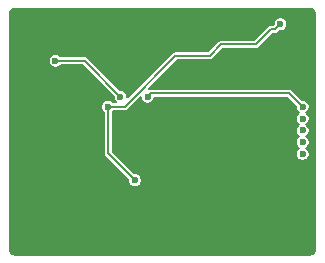
<source format=gbr>
%TF.GenerationSoftware,KiCad,Pcbnew,9.0.6*%
%TF.CreationDate,2025-12-27T16:00:58+00:00*%
%TF.ProjectId,AZUltra,415a556c-7472-4612-9e6b-696361645f70,rev?*%
%TF.SameCoordinates,Original*%
%TF.FileFunction,Copper,L3,Inr*%
%TF.FilePolarity,Positive*%
%FSLAX46Y46*%
G04 Gerber Fmt 4.6, Leading zero omitted, Abs format (unit mm)*
G04 Created by KiCad (PCBNEW 9.0.6) date 2025-12-27 16:00:58*
%MOMM*%
%LPD*%
G01*
G04 APERTURE LIST*
%TA.AperFunction,ViaPad*%
%ADD10C,0.600000*%
%TD*%
%TA.AperFunction,Conductor*%
%ADD11C,0.200000*%
%TD*%
G04 APERTURE END LIST*
D10*
%TO.N,+BATT1*%
X167925000Y-84850000D03*
X167925000Y-83850000D03*
X167925000Y-82850000D03*
X154800000Y-81000000D03*
X167925000Y-85850000D03*
X167925000Y-81850000D03*
%TO.N,GND*%
X160500000Y-77950000D03*
X155525000Y-76950000D03*
X146500000Y-78975000D03*
X158500000Y-80000000D03*
X146790000Y-89320000D03*
X149630000Y-79360000D03*
X149575000Y-87400000D03*
X144470000Y-88220000D03*
X156800000Y-88150000D03*
X155400000Y-78450000D03*
X156800000Y-86050000D03*
X151150000Y-88075000D03*
X149700000Y-89050000D03*
X158850000Y-86100000D03*
X145225000Y-78975000D03*
X159200000Y-76900000D03*
X157200000Y-78750000D03*
X147700000Y-81750000D03*
X153700000Y-79350000D03*
X158850000Y-88150000D03*
X143925000Y-78975000D03*
X147000000Y-76000000D03*
X155575000Y-83025000D03*
X147950000Y-83400000D03*
X151650000Y-79000000D03*
X155517203Y-75474635D03*
X149740000Y-77140000D03*
X153157538Y-83442462D03*
%TO.N,+5V*%
X166050000Y-74850000D03*
X153730000Y-88060000D03*
X151450000Y-81850000D03*
%TO.N,Net-(U2-PD0)*%
X152500000Y-81000000D03*
X147000000Y-77960000D03*
%TD*%
D11*
%TO.N,+BATT1*%
X166795000Y-80720000D02*
X155080000Y-80720000D01*
X154800000Y-80860000D02*
X154800000Y-81000000D01*
X167925000Y-81850000D02*
X166795000Y-80720000D01*
X155080000Y-80720000D02*
X154800000Y-81000000D01*
%TO.N,+5V*%
X166050000Y-74850000D02*
X165600000Y-75300000D01*
X163950000Y-76575000D02*
X161025057Y-76575000D01*
X151450000Y-85780000D02*
X153730000Y-88060000D01*
X157149943Y-77550000D02*
X152849943Y-81850000D01*
X165600000Y-75300000D02*
X165225000Y-75300000D01*
X151450000Y-85330000D02*
X151450000Y-81850000D01*
X165225000Y-75300000D02*
X163950000Y-76575000D01*
X161025057Y-76575000D02*
X160050057Y-77550000D01*
X152849943Y-81850000D02*
X151450000Y-81850000D01*
X151450000Y-85330000D02*
X151450000Y-85780000D01*
X160050057Y-77550000D02*
X157149943Y-77550000D01*
%TO.N,Net-(U2-PD0)*%
X147000000Y-77960000D02*
X149460000Y-77960000D01*
X149460000Y-77960000D02*
X152500000Y-81000000D01*
%TD*%
%TA.AperFunction,Conductor*%
%TO.N,GND*%
G36*
X168490898Y-73454111D02*
G01*
X168551232Y-73454109D01*
X168562310Y-73454730D01*
X168656857Y-73465382D01*
X168678467Y-73470314D01*
X168762990Y-73499889D01*
X168782962Y-73509507D01*
X168858778Y-73557144D01*
X168876111Y-73570966D01*
X168939428Y-73634282D01*
X168953250Y-73651615D01*
X169000890Y-73727433D01*
X169010510Y-73747408D01*
X169040083Y-73831927D01*
X169045016Y-73853539D01*
X169055657Y-73947984D01*
X169056279Y-73959068D01*
X169056279Y-74027469D01*
X169056280Y-74027482D01*
X169056280Y-93948047D01*
X169055657Y-93959133D01*
X169045005Y-94053663D01*
X169040072Y-94075276D01*
X169010496Y-94159794D01*
X169000877Y-94179767D01*
X168953239Y-94255580D01*
X168939418Y-94272912D01*
X168907760Y-94304570D01*
X168876099Y-94336230D01*
X168858774Y-94350045D01*
X168782955Y-94397685D01*
X168762981Y-94407303D01*
X168678466Y-94436874D01*
X168656853Y-94441807D01*
X168562058Y-94452486D01*
X168550974Y-94453108D01*
X168497565Y-94453107D01*
X168490898Y-94453107D01*
X168490897Y-94453107D01*
X168484015Y-94453107D01*
X168483987Y-94453109D01*
X143562347Y-94453109D01*
X143551261Y-94452486D01*
X143456726Y-94441833D01*
X143435115Y-94436900D01*
X143390235Y-94421195D01*
X143350592Y-94407323D01*
X143330621Y-94397704D01*
X143254803Y-94350064D01*
X143237469Y-94336241D01*
X143174154Y-94272924D01*
X143160333Y-94255593D01*
X143112691Y-94179771D01*
X143103073Y-94159798D01*
X143073499Y-94075282D01*
X143068566Y-94053669D01*
X143057903Y-93959034D01*
X143057280Y-93947949D01*
X143057280Y-77894108D01*
X146499500Y-77894108D01*
X146499500Y-78025892D01*
X146529579Y-78138151D01*
X146533609Y-78153190D01*
X146599496Y-78267309D01*
X146599498Y-78267311D01*
X146599500Y-78267314D01*
X146692686Y-78360500D01*
X146692688Y-78360501D01*
X146692690Y-78360503D01*
X146806810Y-78426390D01*
X146806808Y-78426390D01*
X146806812Y-78426391D01*
X146806814Y-78426392D01*
X146934108Y-78460500D01*
X146934110Y-78460500D01*
X147065890Y-78460500D01*
X147065892Y-78460500D01*
X147193186Y-78426392D01*
X147193188Y-78426390D01*
X147193190Y-78426390D01*
X147307309Y-78360503D01*
X147307309Y-78360502D01*
X147307314Y-78360500D01*
X147378319Y-78289494D01*
X147432834Y-78261719D01*
X147448321Y-78260500D01*
X149294521Y-78260500D01*
X149352712Y-78279407D01*
X149364525Y-78289496D01*
X151970504Y-80895475D01*
X151998281Y-80949992D01*
X151999500Y-80965479D01*
X151999500Y-81065892D01*
X152017547Y-81133245D01*
X152033609Y-81193190D01*
X152099496Y-81307309D01*
X152099498Y-81307311D01*
X152099500Y-81307314D01*
X152172684Y-81380498D01*
X152200460Y-81435013D01*
X152190889Y-81495445D01*
X152147624Y-81538710D01*
X152102679Y-81549500D01*
X151898321Y-81549500D01*
X151840130Y-81530593D01*
X151828323Y-81520509D01*
X151757314Y-81449500D01*
X151757311Y-81449498D01*
X151757309Y-81449496D01*
X151643189Y-81383609D01*
X151643191Y-81383609D01*
X151593799Y-81370375D01*
X151515892Y-81349500D01*
X151384108Y-81349500D01*
X151306200Y-81370375D01*
X151256809Y-81383609D01*
X151142690Y-81449496D01*
X151049496Y-81542690D01*
X150983609Y-81656809D01*
X150983608Y-81656814D01*
X150949500Y-81784108D01*
X150949500Y-81915892D01*
X150979579Y-82028151D01*
X150983609Y-82043190D01*
X151049496Y-82157309D01*
X151049498Y-82157311D01*
X151049500Y-82157314D01*
X151120505Y-82228319D01*
X151148281Y-82282834D01*
X151149500Y-82298321D01*
X151149500Y-85819564D01*
X151169978Y-85895987D01*
X151181468Y-85915890D01*
X151181470Y-85915892D01*
X151209540Y-85964511D01*
X153200505Y-87955476D01*
X153228281Y-88009991D01*
X153229500Y-88025478D01*
X153229500Y-88125892D01*
X153259579Y-88238151D01*
X153263609Y-88253190D01*
X153329496Y-88367309D01*
X153329498Y-88367311D01*
X153329500Y-88367314D01*
X153422686Y-88460500D01*
X153422688Y-88460501D01*
X153422690Y-88460503D01*
X153536810Y-88526390D01*
X153536808Y-88526390D01*
X153536812Y-88526391D01*
X153536814Y-88526392D01*
X153664108Y-88560500D01*
X153664110Y-88560500D01*
X153795890Y-88560500D01*
X153795892Y-88560500D01*
X153923186Y-88526392D01*
X153923188Y-88526390D01*
X153923190Y-88526390D01*
X154037309Y-88460503D01*
X154037309Y-88460502D01*
X154037314Y-88460500D01*
X154130500Y-88367314D01*
X154196392Y-88253186D01*
X154230500Y-88125892D01*
X154230500Y-87994108D01*
X154196392Y-87866814D01*
X154196390Y-87866811D01*
X154196390Y-87866809D01*
X154130503Y-87752690D01*
X154130501Y-87752688D01*
X154130500Y-87752686D01*
X154037314Y-87659500D01*
X154037311Y-87659498D01*
X154037309Y-87659496D01*
X153923189Y-87593609D01*
X153923191Y-87593609D01*
X153873799Y-87580375D01*
X153795892Y-87559500D01*
X153695479Y-87559500D01*
X153637288Y-87540593D01*
X153625475Y-87530504D01*
X151779496Y-85684525D01*
X151751719Y-85630008D01*
X151750500Y-85614521D01*
X151750500Y-82298321D01*
X151752968Y-82290723D01*
X151751719Y-82282834D01*
X151762243Y-82262178D01*
X151769407Y-82240130D01*
X151779490Y-82228323D01*
X151828319Y-82179494D01*
X151882834Y-82151719D01*
X151898321Y-82150500D01*
X152889506Y-82150500D01*
X152889506Y-82150499D01*
X152965932Y-82130021D01*
X153034454Y-82090460D01*
X153090403Y-82034511D01*
X154130496Y-80994416D01*
X154185013Y-80966640D01*
X154245445Y-80976211D01*
X154288710Y-81019476D01*
X154298319Y-81059501D01*
X154298653Y-81059458D01*
X154299071Y-81062635D01*
X154299500Y-81064421D01*
X154299500Y-81065892D01*
X154317547Y-81133245D01*
X154333609Y-81193190D01*
X154399496Y-81307309D01*
X154399498Y-81307311D01*
X154399500Y-81307314D01*
X154492686Y-81400500D01*
X154492688Y-81400501D01*
X154492690Y-81400503D01*
X154606810Y-81466390D01*
X154606808Y-81466390D01*
X154606812Y-81466391D01*
X154606814Y-81466392D01*
X154734108Y-81500500D01*
X154734110Y-81500500D01*
X154865890Y-81500500D01*
X154865892Y-81500500D01*
X154993186Y-81466392D01*
X154993188Y-81466390D01*
X154993190Y-81466390D01*
X155107309Y-81400503D01*
X155107309Y-81400502D01*
X155107314Y-81400500D01*
X155200500Y-81307314D01*
X155266392Y-81193186D01*
X155293001Y-81093875D01*
X155326325Y-81042563D01*
X155383447Y-81020636D01*
X155388628Y-81020500D01*
X166629521Y-81020500D01*
X166687712Y-81039407D01*
X166699525Y-81049496D01*
X167395504Y-81745475D01*
X167423281Y-81799992D01*
X167424500Y-81815479D01*
X167424500Y-81915892D01*
X167454579Y-82028151D01*
X167458609Y-82043190D01*
X167524496Y-82157309D01*
X167524498Y-82157311D01*
X167524500Y-82157314D01*
X167617686Y-82250500D01*
X167617688Y-82250501D01*
X167641525Y-82264264D01*
X167682465Y-82309734D01*
X167688860Y-82370584D01*
X167658267Y-82423572D01*
X167641525Y-82435736D01*
X167617688Y-82449498D01*
X167524496Y-82542690D01*
X167458609Y-82656809D01*
X167458608Y-82656814D01*
X167424500Y-82784108D01*
X167424500Y-82915892D01*
X167454579Y-83028151D01*
X167458609Y-83043190D01*
X167524496Y-83157309D01*
X167524498Y-83157311D01*
X167524500Y-83157314D01*
X167617686Y-83250500D01*
X167617688Y-83250501D01*
X167641525Y-83264264D01*
X167682465Y-83309734D01*
X167688860Y-83370584D01*
X167658267Y-83423572D01*
X167641525Y-83435736D01*
X167617688Y-83449498D01*
X167524496Y-83542690D01*
X167458609Y-83656809D01*
X167458608Y-83656814D01*
X167424500Y-83784108D01*
X167424500Y-83915892D01*
X167454579Y-84028151D01*
X167458609Y-84043190D01*
X167524496Y-84157309D01*
X167524498Y-84157311D01*
X167524500Y-84157314D01*
X167617686Y-84250500D01*
X167617688Y-84250501D01*
X167641525Y-84264264D01*
X167682465Y-84309734D01*
X167688860Y-84370584D01*
X167658267Y-84423572D01*
X167641525Y-84435736D01*
X167617688Y-84449498D01*
X167524496Y-84542690D01*
X167458609Y-84656809D01*
X167458608Y-84656814D01*
X167424500Y-84784108D01*
X167424500Y-84915892D01*
X167454579Y-85028151D01*
X167458609Y-85043190D01*
X167524496Y-85157309D01*
X167524498Y-85157311D01*
X167524500Y-85157314D01*
X167617686Y-85250500D01*
X167617688Y-85250501D01*
X167641525Y-85264264D01*
X167682465Y-85309734D01*
X167688860Y-85370584D01*
X167658267Y-85423572D01*
X167641525Y-85435736D01*
X167617688Y-85449498D01*
X167524496Y-85542690D01*
X167458609Y-85656809D01*
X167458608Y-85656814D01*
X167424500Y-85784108D01*
X167424500Y-85915892D01*
X167454579Y-86028151D01*
X167458609Y-86043190D01*
X167524496Y-86157309D01*
X167524498Y-86157311D01*
X167524500Y-86157314D01*
X167617686Y-86250500D01*
X167617688Y-86250501D01*
X167617690Y-86250503D01*
X167731810Y-86316390D01*
X167731808Y-86316390D01*
X167731812Y-86316391D01*
X167731814Y-86316392D01*
X167859108Y-86350500D01*
X167859110Y-86350500D01*
X167990890Y-86350500D01*
X167990892Y-86350500D01*
X168118186Y-86316392D01*
X168118188Y-86316390D01*
X168118190Y-86316390D01*
X168232309Y-86250503D01*
X168232309Y-86250502D01*
X168232314Y-86250500D01*
X168325500Y-86157314D01*
X168391392Y-86043186D01*
X168425500Y-85915892D01*
X168425500Y-85784108D01*
X168391392Y-85656814D01*
X168391390Y-85656811D01*
X168391390Y-85656809D01*
X168325503Y-85542690D01*
X168325501Y-85542688D01*
X168325500Y-85542686D01*
X168232314Y-85449500D01*
X168208474Y-85435735D01*
X168167534Y-85390267D01*
X168161138Y-85329417D01*
X168191731Y-85276429D01*
X168208474Y-85264264D01*
X168232314Y-85250500D01*
X168325500Y-85157314D01*
X168391392Y-85043186D01*
X168425500Y-84915892D01*
X168425500Y-84784108D01*
X168391392Y-84656814D01*
X168391390Y-84656811D01*
X168391390Y-84656809D01*
X168325503Y-84542690D01*
X168325501Y-84542688D01*
X168325500Y-84542686D01*
X168232314Y-84449500D01*
X168208474Y-84435735D01*
X168167534Y-84390267D01*
X168161138Y-84329417D01*
X168191731Y-84276429D01*
X168208474Y-84264264D01*
X168232314Y-84250500D01*
X168325500Y-84157314D01*
X168391392Y-84043186D01*
X168425500Y-83915892D01*
X168425500Y-83784108D01*
X168391392Y-83656814D01*
X168391390Y-83656811D01*
X168391390Y-83656809D01*
X168325503Y-83542690D01*
X168325501Y-83542688D01*
X168325500Y-83542686D01*
X168232314Y-83449500D01*
X168208474Y-83435735D01*
X168167534Y-83390267D01*
X168161138Y-83329417D01*
X168191731Y-83276429D01*
X168208474Y-83264264D01*
X168232314Y-83250500D01*
X168325500Y-83157314D01*
X168391392Y-83043186D01*
X168425500Y-82915892D01*
X168425500Y-82784108D01*
X168391392Y-82656814D01*
X168391390Y-82656811D01*
X168391390Y-82656809D01*
X168325503Y-82542690D01*
X168325501Y-82542688D01*
X168325500Y-82542686D01*
X168232314Y-82449500D01*
X168208474Y-82435735D01*
X168167534Y-82390267D01*
X168161138Y-82329417D01*
X168191731Y-82276429D01*
X168208474Y-82264264D01*
X168232314Y-82250500D01*
X168325500Y-82157314D01*
X168341259Y-82130019D01*
X168391390Y-82043190D01*
X168391390Y-82043188D01*
X168391392Y-82043186D01*
X168425500Y-81915892D01*
X168425500Y-81784108D01*
X168391392Y-81656814D01*
X168391390Y-81656811D01*
X168391390Y-81656809D01*
X168325503Y-81542690D01*
X168325501Y-81542688D01*
X168325500Y-81542686D01*
X168232314Y-81449500D01*
X168232311Y-81449498D01*
X168232309Y-81449496D01*
X168118189Y-81383609D01*
X168118191Y-81383609D01*
X168068799Y-81370375D01*
X167990892Y-81349500D01*
X167890479Y-81349500D01*
X167832288Y-81330593D01*
X167820475Y-81320504D01*
X167426478Y-80926507D01*
X166979511Y-80479540D01*
X166979508Y-80479538D01*
X166910992Y-80439980D01*
X166910988Y-80439978D01*
X166834564Y-80419500D01*
X166834562Y-80419500D01*
X155040438Y-80419500D01*
X155040435Y-80419500D01*
X154964011Y-80439978D01*
X154964007Y-80439980D01*
X154954944Y-80445213D01*
X154895096Y-80457935D01*
X154839200Y-80433048D01*
X154808607Y-80380060D01*
X154815003Y-80319210D01*
X154835440Y-80289473D01*
X157245418Y-77879496D01*
X157299935Y-77851719D01*
X157315422Y-77850500D01*
X160089620Y-77850500D01*
X160089620Y-77850499D01*
X160166046Y-77830021D01*
X160234568Y-77790460D01*
X160290517Y-77734511D01*
X161120532Y-76904496D01*
X161175049Y-76876719D01*
X161190536Y-76875500D01*
X163989563Y-76875500D01*
X163989563Y-76875499D01*
X164065989Y-76855021D01*
X164134511Y-76815460D01*
X164190460Y-76759511D01*
X165320475Y-75629496D01*
X165374992Y-75601719D01*
X165390479Y-75600500D01*
X165639563Y-75600500D01*
X165639563Y-75600499D01*
X165715989Y-75580021D01*
X165784511Y-75540460D01*
X165840460Y-75484511D01*
X165945473Y-75379496D01*
X165999990Y-75351719D01*
X166015477Y-75350500D01*
X166115890Y-75350500D01*
X166115892Y-75350500D01*
X166243186Y-75316392D01*
X166243188Y-75316390D01*
X166243190Y-75316390D01*
X166357309Y-75250503D01*
X166357309Y-75250502D01*
X166357314Y-75250500D01*
X166450500Y-75157314D01*
X166516392Y-75043186D01*
X166550500Y-74915892D01*
X166550500Y-74784108D01*
X166516392Y-74656814D01*
X166516390Y-74656811D01*
X166516390Y-74656809D01*
X166450503Y-74542690D01*
X166450501Y-74542688D01*
X166450500Y-74542686D01*
X166357314Y-74449500D01*
X166357311Y-74449498D01*
X166357309Y-74449496D01*
X166243189Y-74383609D01*
X166243191Y-74383609D01*
X166193799Y-74370375D01*
X166115892Y-74349500D01*
X165984108Y-74349500D01*
X165906200Y-74370375D01*
X165856809Y-74383609D01*
X165742690Y-74449496D01*
X165649496Y-74542690D01*
X165583609Y-74656809D01*
X165549500Y-74784109D01*
X165549500Y-74884521D01*
X165547032Y-74892116D01*
X165548282Y-74900005D01*
X165537757Y-74920662D01*
X165530593Y-74942712D01*
X165520506Y-74954522D01*
X165504528Y-74970501D01*
X165450012Y-74998281D01*
X165434522Y-74999500D01*
X165185435Y-74999500D01*
X165109011Y-75019978D01*
X165109007Y-75019980D01*
X165040491Y-75059538D01*
X163854525Y-76245504D01*
X163800008Y-76273281D01*
X163784521Y-76274500D01*
X160985492Y-76274500D01*
X160909068Y-76294978D01*
X160909064Y-76294980D01*
X160840548Y-76334538D01*
X159954582Y-77220504D01*
X159900065Y-77248281D01*
X159884578Y-77249500D01*
X157110378Y-77249500D01*
X157033954Y-77269978D01*
X157033950Y-77269980D01*
X156965434Y-77309538D01*
X153169504Y-81105468D01*
X153114987Y-81133245D01*
X153054555Y-81123674D01*
X153011290Y-81080409D01*
X153000500Y-81035464D01*
X153000500Y-80934109D01*
X152990148Y-80895475D01*
X152966392Y-80806814D01*
X152966390Y-80806811D01*
X152966390Y-80806809D01*
X152900503Y-80692690D01*
X152900501Y-80692688D01*
X152900500Y-80692686D01*
X152807314Y-80599500D01*
X152807311Y-80599498D01*
X152807309Y-80599496D01*
X152693189Y-80533609D01*
X152693191Y-80533609D01*
X152643799Y-80520375D01*
X152565892Y-80499500D01*
X152465479Y-80499500D01*
X152407288Y-80480593D01*
X152395475Y-80470504D01*
X152214444Y-80289473D01*
X149644511Y-77719540D01*
X149635066Y-77714087D01*
X149575989Y-77679979D01*
X149575988Y-77679978D01*
X149575987Y-77679978D01*
X149499564Y-77659500D01*
X149499562Y-77659500D01*
X147448321Y-77659500D01*
X147390130Y-77640593D01*
X147378323Y-77630509D01*
X147307314Y-77559500D01*
X147307311Y-77559498D01*
X147307309Y-77559496D01*
X147193189Y-77493609D01*
X147193191Y-77493609D01*
X147143799Y-77480375D01*
X147065892Y-77459500D01*
X146934108Y-77459500D01*
X146856200Y-77480375D01*
X146806809Y-77493609D01*
X146692690Y-77559496D01*
X146599496Y-77652690D01*
X146533609Y-77766809D01*
X146533608Y-77766814D01*
X146499500Y-77894108D01*
X143057280Y-77894108D01*
X143057280Y-74019500D01*
X143057281Y-74019497D01*
X143057280Y-73959163D01*
X143057902Y-73948083D01*
X143057913Y-73947984D01*
X143068554Y-73853529D01*
X143073485Y-73831926D01*
X143103063Y-73747394D01*
X143112677Y-73727430D01*
X143160322Y-73651602D01*
X143174138Y-73634276D01*
X143237461Y-73570950D01*
X143254787Y-73557132D01*
X143330622Y-73509481D01*
X143350577Y-73499871D01*
X143435116Y-73470287D01*
X143456718Y-73465357D01*
X143551005Y-73454732D01*
X143562091Y-73454109D01*
X168490891Y-73454109D01*
X168490898Y-73454111D01*
G37*
%TD.AperFunction*%
%TD*%
M02*

</source>
